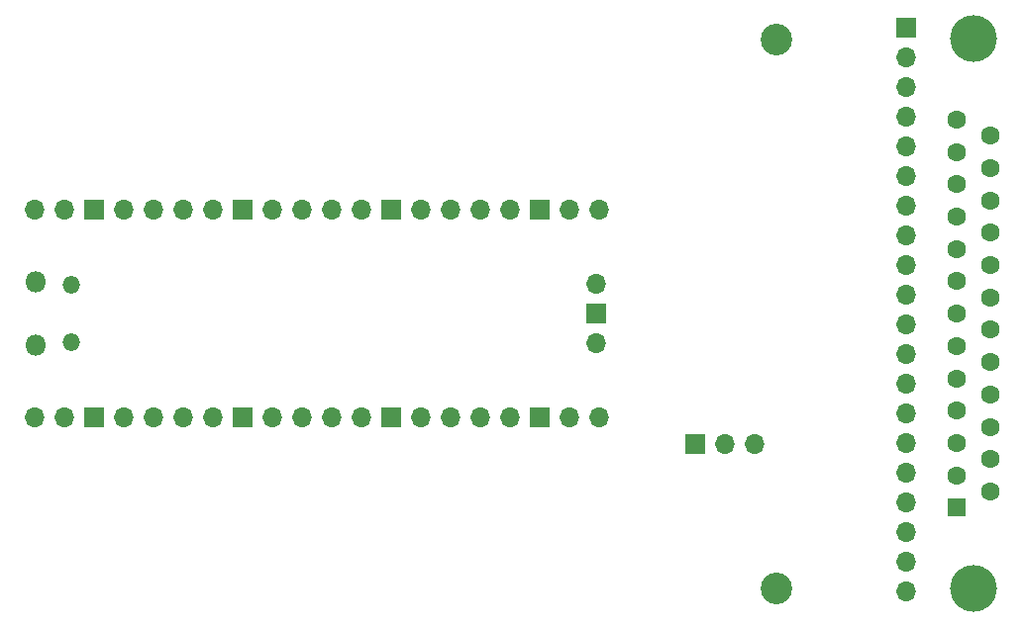
<source format=gbr>
%TF.GenerationSoftware,KiCad,Pcbnew,6.0.10-86aedd382b~118~ubuntu20.04.1*%
%TF.CreationDate,2022-12-31T17:49:26-08:00*%
%TF.ProjectId,parallel2usb,70617261-6c6c-4656-9c32-7573622e6b69,rev?*%
%TF.SameCoordinates,Original*%
%TF.FileFunction,Soldermask,Bot*%
%TF.FilePolarity,Negative*%
%FSLAX46Y46*%
G04 Gerber Fmt 4.6, Leading zero omitted, Abs format (unit mm)*
G04 Created by KiCad (PCBNEW 6.0.10-86aedd382b~118~ubuntu20.04.1) date 2022-12-31 17:49:26*
%MOMM*%
%LPD*%
G01*
G04 APERTURE LIST*
%ADD10C,2.700000*%
%ADD11O,1.500000X1.500000*%
%ADD12O,1.800000X1.800000*%
%ADD13O,1.700000X1.700000*%
%ADD14R,1.700000X1.700000*%
%ADD15C,4.000000*%
%ADD16R,1.600000X1.600000*%
%ADD17C,1.600000*%
G04 APERTURE END LIST*
D10*
%TO.C,H1*%
X183642000Y-78105000D03*
%TD*%
D11*
%TO.C,U2*%
X123354200Y-104025000D03*
X123354200Y-99175000D03*
D12*
X120324200Y-98875000D03*
X120324200Y-104325000D03*
D13*
X120194200Y-110490000D03*
X122734200Y-110490000D03*
D14*
X125274200Y-110490000D03*
D13*
X127814200Y-110490000D03*
X130354200Y-110490000D03*
X132894200Y-110490000D03*
X135434200Y-110490000D03*
D14*
X137974200Y-110490000D03*
D13*
X140514200Y-110490000D03*
X143054200Y-110490000D03*
X145594200Y-110490000D03*
X148134200Y-110490000D03*
D14*
X150674200Y-110490000D03*
D13*
X153214200Y-110490000D03*
X155754200Y-110490000D03*
X158294200Y-110490000D03*
X160834200Y-110490000D03*
D14*
X163374200Y-110490000D03*
D13*
X165914200Y-110490000D03*
X168454200Y-110490000D03*
X168454200Y-92710000D03*
X165914200Y-92710000D03*
D14*
X163374200Y-92710000D03*
D13*
X160834200Y-92710000D03*
X158294200Y-92710000D03*
X155754200Y-92710000D03*
X153214200Y-92710000D03*
D14*
X150674200Y-92710000D03*
D13*
X148134200Y-92710000D03*
X145594200Y-92710000D03*
X143054200Y-92710000D03*
X140514200Y-92710000D03*
D14*
X137974200Y-92710000D03*
D13*
X135434200Y-92710000D03*
X132894200Y-92710000D03*
X130354200Y-92710000D03*
X127814200Y-92710000D03*
D14*
X125274200Y-92710000D03*
D13*
X122734200Y-92710000D03*
X120194200Y-92710000D03*
X168224200Y-104140000D03*
D14*
X168224200Y-101600000D03*
D13*
X168224200Y-99060000D03*
%TD*%
D15*
%TO.C,J1*%
X200508000Y-78055000D03*
X200508000Y-125155000D03*
D16*
X199088000Y-118225000D03*
D17*
X199088000Y-115455000D03*
X199088000Y-112685000D03*
X199088000Y-109915000D03*
X199088000Y-107145000D03*
X199088000Y-104375000D03*
X199088000Y-101605000D03*
X199088000Y-98835000D03*
X199088000Y-96065000D03*
X199088000Y-93295000D03*
X199088000Y-90525000D03*
X199088000Y-87755000D03*
X199088000Y-84985000D03*
X201928000Y-116840000D03*
X201928000Y-114070000D03*
X201928000Y-111300000D03*
X201928000Y-108530000D03*
X201928000Y-105760000D03*
X201928000Y-102990000D03*
X201928000Y-100220000D03*
X201928000Y-97450000D03*
X201928000Y-94680000D03*
X201928000Y-91910000D03*
X201928000Y-89140000D03*
X201928000Y-86370000D03*
%TD*%
D14*
%TO.C,J3*%
X176672000Y-112776000D03*
D13*
X179212000Y-112776000D03*
X181752000Y-112776000D03*
%TD*%
D10*
%TO.C,H2*%
X183642000Y-125095000D03*
%TD*%
D14*
%TO.C,J2*%
X194770000Y-77089000D03*
D13*
X194770000Y-79629000D03*
X194770000Y-82169000D03*
X194770000Y-84709000D03*
X194770000Y-87249000D03*
X194770000Y-89789000D03*
X194770000Y-92329000D03*
X194770000Y-94869000D03*
X194770000Y-97409000D03*
X194770000Y-99949000D03*
X194770000Y-102489000D03*
X194770000Y-105029000D03*
X194770000Y-107569000D03*
X194770000Y-110109000D03*
X194770000Y-112649000D03*
X194770000Y-115189000D03*
X194770000Y-117729000D03*
X194770000Y-120269000D03*
X194770000Y-122809000D03*
X194770000Y-125349000D03*
%TD*%
M02*

</source>
